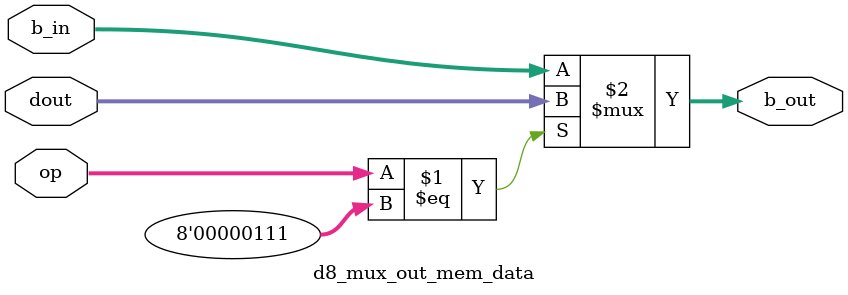
<source format=v>
/*
Copyright (C) 2012 Carla Sauvanaud
Copyright (C) 2012, 2016  Benoît Morgan

This file is part of dumb8.

dumb8 is free software: you can redistribute it and/or modify
it under the terms of the GNU General Public License as published by
the Free Software Foundation, either version 3 of the License, or
(at your option) any later version.

dumb8 is distributed in the hope that it will be useful,
but WITHOUT ANY WARRANTY; without even the implied warranty of
MERCHANTABILITY or FITNESS FOR A PARTICULAR PURPOSE.  See the
GNU General Public License for more details.

You should have received a copy of the GNU General Public License
along with dumb8.  If not, see <http://www.gnu.org/licenses/>.
*/

module d8_mux_out_mem_data (
  input [7:0] dout,
  input [7:0] b_in,
  input [7:0] op,
  output [7:0] b_out
);

assign b_out = (op == 8'h07) ? dout : b_in;

endmodule

</source>
